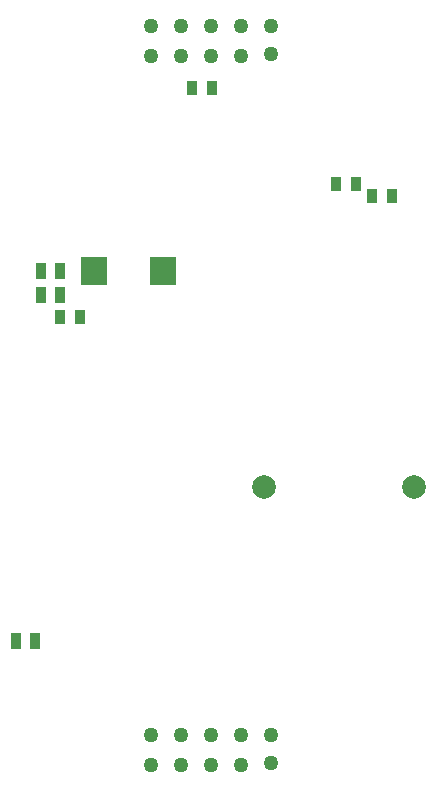
<source format=gbr>
%TF.GenerationSoftware,Altium Limited,Altium Designer,18.1.6 (161)*%
G04 Layer_Color=255*
%FSLAX25Y25*%
%MOIN*%
%TF.FileFunction,Pads,Bot*%
%TF.Part,Single*%
G01*
G75*
%TA.AperFunction,SMDPad,CuDef*%
%ADD16R,0.03347X0.05118*%
%ADD21R,0.03740X0.05315*%
%TA.AperFunction,ComponentPad*%
%ADD35C,0.05000*%
%ADD36C,0.07874*%
%TA.AperFunction,SMDPad,CuDef*%
%ADD38R,0.08661X0.09252*%
D16*
X264390Y346000D02*
D03*
X271083D02*
D03*
X315347Y422500D02*
D03*
X308653D02*
D03*
X375346Y386381D02*
D03*
X368653D02*
D03*
X363146Y390488D02*
D03*
X356453D02*
D03*
D21*
X249850Y238000D02*
D03*
X256150D02*
D03*
X258350Y361500D02*
D03*
X264650D02*
D03*
X258350Y353500D02*
D03*
X264650D02*
D03*
D35*
X294961Y433071D02*
D03*
X304961D02*
D03*
X314961D02*
D03*
X324961D02*
D03*
X334961Y433571D02*
D03*
Y443071D02*
D03*
X324961D02*
D03*
X314961D02*
D03*
X304961D02*
D03*
X294961D02*
D03*
Y206850D02*
D03*
X304961D02*
D03*
X314961D02*
D03*
X324961D02*
D03*
X334961D02*
D03*
Y197350D02*
D03*
X324961Y196850D02*
D03*
X314961D02*
D03*
X304961D02*
D03*
X294961D02*
D03*
D36*
X332423Y289500D02*
D03*
X382423D02*
D03*
D38*
X275926Y361500D02*
D03*
X298958D02*
D03*
%TF.MD5,49923a67dc4874883c5563cd9e433b6f*%
M02*

</source>
